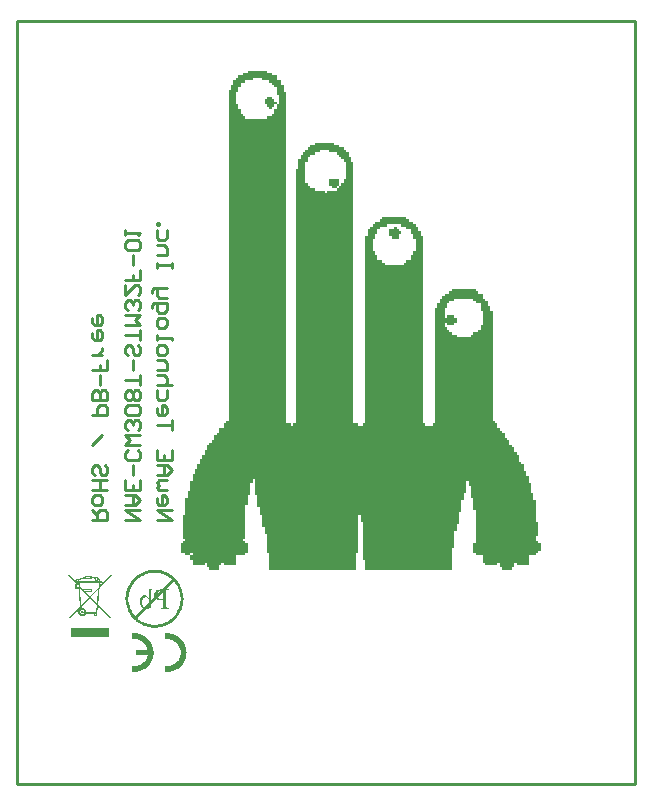
<source format=gbo>
G04 Layer_Color=32896*
%FSLAX25Y25*%
%MOIN*%
G70*
G01*
G75*
%ADD17C,0.01000*%
G36*
X317041Y160377D02*
X317516Y160320D01*
X317967Y160227D01*
X318395Y160100D01*
X318800Y159961D01*
X319170Y159799D01*
X319529Y159625D01*
X319841Y159452D01*
X320131Y159278D01*
X320385Y159105D01*
X320605Y158943D01*
X320790Y158804D01*
X320929Y158677D01*
X321033Y158584D01*
X321102Y158526D01*
X321126Y158503D01*
X321461Y158144D01*
X321750Y157763D01*
X322005Y157381D01*
X322213Y156999D01*
X322398Y156606D01*
X322549Y156235D01*
X322676Y155865D01*
X322780Y155518D01*
X322850Y155194D01*
X322907Y154893D01*
X322954Y154627D01*
X322977Y154396D01*
X322988Y154292D01*
X323000Y154199D01*
Y154130D01*
X323012Y154060D01*
Y154014D01*
Y153979D01*
Y153956D01*
Y153945D01*
X322988Y153458D01*
X322931Y152984D01*
X322838Y152533D01*
X322711Y152105D01*
X322572Y151700D01*
X322410Y151330D01*
X322248Y150983D01*
X322063Y150659D01*
X321889Y150381D01*
X321727Y150126D01*
X321565Y149907D01*
X321415Y149721D01*
X321299Y149583D01*
X321207Y149467D01*
X321149Y149409D01*
X321126Y149386D01*
X320767Y149050D01*
X320385Y148761D01*
X320003Y148507D01*
X319610Y148298D01*
X319228Y148113D01*
X318846Y147963D01*
X318476Y147836D01*
X318129Y147731D01*
X317805Y147662D01*
X317504Y147604D01*
X317238Y147558D01*
X317007Y147535D01*
X316903Y147523D01*
X316810Y147512D01*
X316741D01*
X316671Y147500D01*
X316313D01*
X316208Y147512D01*
X316023D01*
X315965Y147523D01*
X315908D01*
Y149478D01*
X316127Y149455D01*
X316243Y149444D01*
X316336D01*
X316428Y149432D01*
X316556D01*
X316903Y149444D01*
X317227Y149490D01*
X317539Y149559D01*
X317840Y149641D01*
X318117Y149733D01*
X318384Y149849D01*
X318626Y149964D01*
X318846Y150092D01*
X319055Y150219D01*
X319228Y150335D01*
X319379Y150450D01*
X319506Y150543D01*
X319610Y150636D01*
X319691Y150693D01*
X319737Y150740D01*
X319749Y150751D01*
X319980Y151006D01*
X320188Y151272D01*
X320362Y151538D01*
X320512Y151816D01*
X320640Y152082D01*
X320744Y152348D01*
X320836Y152602D01*
X320906Y152845D01*
X320952Y153077D01*
X320998Y153285D01*
X321022Y153470D01*
X321045Y153632D01*
X321056Y153759D01*
X321068Y153864D01*
Y153921D01*
Y153945D01*
X321056Y154292D01*
X321010Y154616D01*
X320940Y154939D01*
X320860Y155240D01*
X320767Y155518D01*
X320651Y155784D01*
X320536Y156027D01*
X320408Y156247D01*
X320281Y156444D01*
X320165Y156617D01*
X320050Y156779D01*
X319957Y156906D01*
X319865Y156999D01*
X319807Y157080D01*
X319760Y157126D01*
X319749Y157138D01*
X319494Y157369D01*
X319228Y157578D01*
X318962Y157751D01*
X318684Y157913D01*
X318418Y158040D01*
X318152Y158144D01*
X317898Y158237D01*
X317655Y158306D01*
X317423Y158353D01*
X317215Y158399D01*
X317030Y158434D01*
X316868Y158445D01*
X316741Y158457D01*
X316636Y158468D01*
X316556D01*
X316313Y158457D01*
X316208D01*
X316104Y158445D01*
X316023Y158434D01*
X315965D01*
X315919Y158422D01*
X315908D01*
Y160366D01*
X316127Y160389D01*
X316232D01*
X316336Y160400D01*
X316556D01*
X317041Y160377D01*
D02*
G37*
G36*
X349800Y347100D02*
X351400D01*
Y346300D01*
X353000D01*
Y345500D01*
Y344700D01*
X354600D01*
Y343900D01*
Y343100D01*
X355400D01*
Y342300D01*
Y341500D01*
Y340700D01*
X356200D01*
Y339900D01*
Y339100D01*
Y338300D01*
Y337500D01*
Y336700D01*
Y335900D01*
Y335100D01*
Y334300D01*
Y333500D01*
Y332700D01*
Y331900D01*
Y331100D01*
Y330300D01*
Y329500D01*
Y328700D01*
Y327900D01*
Y327100D01*
Y326300D01*
Y325500D01*
Y324700D01*
Y323900D01*
Y323100D01*
Y322300D01*
Y321500D01*
Y320700D01*
Y319900D01*
Y319100D01*
Y318300D01*
Y317500D01*
Y316700D01*
Y315900D01*
Y315100D01*
Y314300D01*
Y313500D01*
Y312700D01*
Y311900D01*
Y311100D01*
Y310300D01*
Y309500D01*
Y308700D01*
Y307900D01*
Y307100D01*
Y306300D01*
Y305500D01*
Y304700D01*
Y303900D01*
Y303100D01*
Y302300D01*
Y301500D01*
Y300700D01*
Y299900D01*
Y299100D01*
Y298300D01*
Y297500D01*
Y296700D01*
Y295900D01*
Y295100D01*
Y294300D01*
Y293500D01*
Y292700D01*
Y291900D01*
Y291100D01*
Y290300D01*
Y289500D01*
Y288700D01*
Y287900D01*
Y287100D01*
Y286300D01*
Y285500D01*
Y284700D01*
Y283900D01*
Y283100D01*
Y282300D01*
Y281500D01*
Y280700D01*
Y279900D01*
Y279100D01*
Y278300D01*
Y277500D01*
Y276700D01*
Y275900D01*
Y275100D01*
Y274300D01*
Y273500D01*
Y272700D01*
Y271900D01*
Y271100D01*
Y270300D01*
Y269500D01*
Y268700D01*
Y267900D01*
Y267100D01*
Y266300D01*
Y265500D01*
Y264700D01*
Y263900D01*
Y263100D01*
Y262300D01*
Y261500D01*
Y260700D01*
Y259900D01*
Y259100D01*
Y258300D01*
Y257500D01*
Y256700D01*
Y255900D01*
Y255100D01*
Y254300D01*
Y253500D01*
Y252700D01*
Y251900D01*
Y251100D01*
Y250300D01*
Y249500D01*
Y248700D01*
Y247900D01*
Y247100D01*
Y246300D01*
Y245500D01*
Y244700D01*
Y243900D01*
Y243100D01*
Y242300D01*
Y241500D01*
Y240700D01*
Y239900D01*
Y239100D01*
Y238300D01*
Y237500D01*
Y236700D01*
Y235900D01*
Y235100D01*
Y234300D01*
Y233500D01*
Y232700D01*
Y231900D01*
Y231100D01*
Y230300D01*
X357800D01*
Y229500D01*
X358600D01*
Y230300D01*
X359400D01*
Y231100D01*
Y231900D01*
Y232700D01*
Y233500D01*
Y234300D01*
Y235100D01*
Y235900D01*
Y236700D01*
Y237500D01*
Y238300D01*
Y239100D01*
Y239900D01*
Y240700D01*
Y241500D01*
Y242300D01*
Y243100D01*
Y243900D01*
Y244700D01*
Y245500D01*
Y246300D01*
Y247100D01*
Y247900D01*
Y248700D01*
Y249500D01*
Y250300D01*
Y251100D01*
Y251900D01*
Y252700D01*
Y253500D01*
Y254300D01*
Y255100D01*
Y255900D01*
Y256700D01*
Y257500D01*
Y258300D01*
Y259100D01*
Y259900D01*
Y260700D01*
Y261500D01*
Y262300D01*
Y263100D01*
Y263900D01*
Y264700D01*
Y265500D01*
Y266300D01*
Y267100D01*
Y267900D01*
Y268700D01*
Y269500D01*
Y270300D01*
Y271100D01*
Y271900D01*
Y272700D01*
Y273500D01*
Y274300D01*
Y275100D01*
Y275900D01*
Y276700D01*
Y277500D01*
Y278300D01*
Y279100D01*
Y279900D01*
Y280700D01*
Y281500D01*
Y282300D01*
Y283100D01*
Y283900D01*
Y284700D01*
Y285500D01*
Y286300D01*
Y287100D01*
Y287900D01*
Y288700D01*
Y289500D01*
Y290300D01*
Y291100D01*
Y291900D01*
Y292700D01*
Y293500D01*
Y294300D01*
Y295100D01*
Y295900D01*
Y296700D01*
Y297500D01*
Y298300D01*
Y299100D01*
Y299900D01*
Y300700D01*
Y301500D01*
Y302300D01*
Y303100D01*
Y303900D01*
Y304700D01*
Y305500D01*
Y306300D01*
Y307100D01*
Y307900D01*
Y308700D01*
Y309500D01*
Y310300D01*
Y311100D01*
Y311900D01*
Y312700D01*
Y313500D01*
Y314300D01*
Y315100D01*
X360200D01*
Y315900D01*
Y316700D01*
Y317500D01*
Y318300D01*
X361000D01*
Y319100D01*
Y319900D01*
X361800D01*
Y320700D01*
X362600D01*
Y321500D01*
X363400D01*
Y322300D01*
X364200D01*
Y323100D01*
X365800D01*
Y323900D01*
X372200D01*
Y323100D01*
X373800D01*
Y322300D01*
X375400D01*
Y321500D01*
X376200D01*
Y320700D01*
X377000D01*
Y319900D01*
Y319100D01*
X377800D01*
Y318300D01*
Y317500D01*
X378600D01*
Y316700D01*
Y315900D01*
Y315100D01*
Y314300D01*
Y313500D01*
Y312700D01*
Y311900D01*
Y311100D01*
Y310300D01*
Y309500D01*
Y308700D01*
Y307900D01*
Y307100D01*
Y306300D01*
Y305500D01*
Y304700D01*
Y303900D01*
Y303100D01*
Y302300D01*
Y301500D01*
Y300700D01*
Y299900D01*
Y299100D01*
Y298300D01*
Y297500D01*
Y296700D01*
Y295900D01*
Y295100D01*
Y294300D01*
Y293500D01*
Y292700D01*
Y291900D01*
Y291100D01*
Y290300D01*
Y289500D01*
Y288700D01*
Y287900D01*
Y287100D01*
Y286300D01*
Y285500D01*
Y284700D01*
Y283900D01*
Y283100D01*
Y282300D01*
Y281500D01*
Y280700D01*
Y279900D01*
Y279100D01*
Y278300D01*
Y277500D01*
Y276700D01*
Y275900D01*
Y275100D01*
Y274300D01*
Y273500D01*
Y272700D01*
Y271900D01*
Y271100D01*
Y270300D01*
Y269500D01*
Y268700D01*
Y267900D01*
Y267100D01*
Y266300D01*
Y265500D01*
Y264700D01*
Y263900D01*
Y263100D01*
Y262300D01*
Y261500D01*
Y260700D01*
Y259900D01*
Y259100D01*
Y258300D01*
Y257500D01*
Y256700D01*
Y255900D01*
Y255100D01*
Y254300D01*
Y253500D01*
Y252700D01*
Y251900D01*
Y251100D01*
Y250300D01*
Y249500D01*
Y248700D01*
Y247900D01*
Y247100D01*
Y246300D01*
Y245500D01*
Y244700D01*
Y243900D01*
Y243100D01*
Y242300D01*
Y241500D01*
Y240700D01*
Y239900D01*
Y239100D01*
Y238300D01*
Y237500D01*
Y236700D01*
Y235900D01*
Y235100D01*
Y234300D01*
Y233500D01*
Y232700D01*
Y231900D01*
Y231100D01*
Y230300D01*
X380200D01*
Y229500D01*
X381800D01*
Y230300D01*
X382600D01*
Y231100D01*
Y231900D01*
Y232700D01*
Y233500D01*
Y234300D01*
Y235100D01*
Y235900D01*
Y236700D01*
Y237500D01*
Y238300D01*
Y239100D01*
Y239900D01*
Y240700D01*
Y241500D01*
Y242300D01*
Y243100D01*
Y243900D01*
Y244700D01*
Y245500D01*
Y246300D01*
Y247100D01*
Y247900D01*
Y248700D01*
Y249500D01*
Y250300D01*
Y251100D01*
Y251900D01*
Y252700D01*
Y253500D01*
Y254300D01*
Y255100D01*
Y255900D01*
Y256700D01*
Y257500D01*
Y258300D01*
Y259100D01*
Y259900D01*
Y260700D01*
Y261500D01*
Y262300D01*
Y263100D01*
Y263900D01*
Y264700D01*
Y265500D01*
Y266300D01*
Y267100D01*
Y267900D01*
Y268700D01*
Y269500D01*
Y270300D01*
Y271100D01*
Y271900D01*
Y272700D01*
Y273500D01*
Y274300D01*
Y275100D01*
Y275900D01*
Y276700D01*
Y277500D01*
Y278300D01*
Y279100D01*
Y279900D01*
Y280700D01*
Y281500D01*
Y282300D01*
Y283100D01*
Y283900D01*
Y284700D01*
Y285500D01*
Y286300D01*
Y287100D01*
Y287900D01*
Y288700D01*
Y289500D01*
Y290300D01*
Y291100D01*
Y291900D01*
Y292700D01*
X383400D01*
Y293500D01*
Y294300D01*
Y295100D01*
X384200D01*
Y295900D01*
X385000D01*
Y296700D01*
X385800D01*
Y297500D01*
X387400D01*
Y298300D01*
X388200D01*
Y299100D01*
X396200D01*
Y298300D01*
X397000D01*
Y297500D01*
X398600D01*
Y296700D01*
X399400D01*
Y295900D01*
X400200D01*
Y295100D01*
Y294300D01*
X401000D01*
Y293500D01*
Y292700D01*
X401800D01*
Y291900D01*
Y291100D01*
Y290300D01*
Y289500D01*
Y288700D01*
Y287900D01*
Y287100D01*
Y286300D01*
Y285500D01*
Y284700D01*
Y283900D01*
Y283100D01*
Y282300D01*
Y281500D01*
Y280700D01*
Y279900D01*
Y279100D01*
Y278300D01*
Y277500D01*
Y276700D01*
Y275900D01*
Y275100D01*
Y274300D01*
Y273500D01*
Y272700D01*
Y271900D01*
Y271100D01*
Y270300D01*
Y269500D01*
Y268700D01*
Y267900D01*
Y267100D01*
Y266300D01*
Y265500D01*
Y264700D01*
Y263900D01*
Y263100D01*
Y262300D01*
Y261500D01*
Y260700D01*
Y259900D01*
Y259100D01*
Y258300D01*
Y257500D01*
Y256700D01*
Y255900D01*
Y255100D01*
Y254300D01*
Y253500D01*
Y252700D01*
Y251900D01*
Y251100D01*
Y250300D01*
Y249500D01*
Y248700D01*
Y247900D01*
Y247100D01*
Y246300D01*
Y245500D01*
Y244700D01*
Y243900D01*
Y243100D01*
Y242300D01*
Y241500D01*
Y240700D01*
Y239900D01*
Y239100D01*
Y238300D01*
Y237500D01*
Y236700D01*
Y235900D01*
Y235100D01*
Y234300D01*
Y233500D01*
Y232700D01*
Y231900D01*
Y231100D01*
Y230300D01*
X402600D01*
Y229500D01*
X405000D01*
Y230300D01*
X405800D01*
Y231100D01*
Y231900D01*
Y232700D01*
Y233500D01*
Y234300D01*
Y235100D01*
Y235900D01*
Y236700D01*
Y237500D01*
Y238300D01*
Y239100D01*
Y239900D01*
Y240700D01*
Y241500D01*
Y242300D01*
Y243100D01*
Y243900D01*
Y244700D01*
Y245500D01*
Y246300D01*
Y247100D01*
Y247900D01*
Y248700D01*
Y249500D01*
Y250300D01*
Y251100D01*
Y251900D01*
Y252700D01*
Y253500D01*
Y254300D01*
Y255100D01*
Y255900D01*
Y256700D01*
Y257500D01*
Y258300D01*
Y259100D01*
Y259900D01*
Y260700D01*
Y261500D01*
Y262300D01*
Y263100D01*
Y263900D01*
Y264700D01*
Y265500D01*
Y266300D01*
Y267100D01*
Y267900D01*
Y268700D01*
X406600D01*
Y269500D01*
Y270300D01*
X407400D01*
Y271100D01*
Y271900D01*
X408200D01*
Y272700D01*
X409000D01*
Y273500D01*
X410600D01*
Y274300D01*
X411400D01*
Y275100D01*
X419400D01*
Y274300D01*
X420200D01*
Y273500D01*
X421800D01*
Y272700D01*
Y271900D01*
X422600D01*
Y271100D01*
X423400D01*
Y270300D01*
Y269500D01*
X424200D01*
Y268700D01*
Y267900D01*
X425000D01*
Y267100D01*
Y266300D01*
Y265500D01*
Y264700D01*
Y263900D01*
Y263100D01*
Y262300D01*
Y261500D01*
Y260700D01*
Y259900D01*
Y259100D01*
Y258300D01*
Y257500D01*
Y256700D01*
Y255900D01*
Y255100D01*
Y254300D01*
Y253500D01*
Y252700D01*
Y251900D01*
Y251100D01*
Y250300D01*
Y249500D01*
Y248700D01*
Y247900D01*
Y247100D01*
Y246300D01*
Y245500D01*
Y244700D01*
Y243900D01*
Y243100D01*
Y242300D01*
Y241500D01*
Y240700D01*
Y239900D01*
Y239100D01*
Y238300D01*
Y237500D01*
Y236700D01*
Y235900D01*
Y235100D01*
Y234300D01*
Y233500D01*
Y232700D01*
Y231900D01*
Y231100D01*
X425800D01*
Y230300D01*
X426600D01*
Y229500D01*
Y228700D01*
X427400D01*
Y227900D01*
X428200D01*
Y227100D01*
X429000D01*
Y226300D01*
Y225500D01*
X429800D01*
Y224700D01*
X430600D01*
Y223900D01*
Y223100D01*
X431400D01*
Y222300D01*
X432200D01*
Y221500D01*
Y220700D01*
X433000D01*
Y219900D01*
X433800D01*
Y219100D01*
Y218300D01*
Y217500D01*
X434600D01*
Y216700D01*
X435400D01*
Y215900D01*
Y215100D01*
Y214300D01*
X436200D01*
Y213500D01*
Y212700D01*
X437000D01*
Y211900D01*
Y211100D01*
Y210300D01*
X437800D01*
Y209500D01*
Y208700D01*
Y207900D01*
Y207100D01*
X438600D01*
Y206300D01*
Y205500D01*
Y204700D01*
X439400D01*
Y203900D01*
Y203100D01*
Y202300D01*
Y201500D01*
Y200700D01*
Y199900D01*
Y199100D01*
Y198300D01*
Y197500D01*
X440200D01*
Y196700D01*
Y195900D01*
Y195100D01*
Y194300D01*
Y193500D01*
Y192700D01*
X439400D01*
Y191900D01*
Y191100D01*
X440200D01*
Y190300D01*
X441000D01*
Y189500D01*
Y188700D01*
Y187900D01*
X440200D01*
Y187100D01*
X439400D01*
Y186300D01*
X437000D01*
Y185500D01*
Y184700D01*
Y183900D01*
Y183100D01*
X433000D01*
Y183900D01*
X432200D01*
Y183100D01*
Y182300D01*
X431400D01*
Y181500D01*
X428200D01*
Y182300D01*
X427400D01*
Y183100D01*
Y183900D01*
X426600D01*
Y183100D01*
X422600D01*
Y183900D01*
X421800D01*
Y184700D01*
Y185500D01*
Y186300D01*
X419400D01*
Y187100D01*
X418600D01*
Y187900D01*
Y188700D01*
Y189500D01*
Y190300D01*
X419400D01*
Y191100D01*
Y191900D01*
Y192700D01*
Y193500D01*
Y194300D01*
Y195100D01*
Y195900D01*
Y196700D01*
Y197500D01*
Y198300D01*
Y199100D01*
Y199900D01*
Y200700D01*
Y201500D01*
X418600D01*
Y202300D01*
Y203100D01*
Y203900D01*
Y204700D01*
Y205500D01*
X417800D01*
Y206300D01*
Y207100D01*
Y207900D01*
Y208700D01*
Y209500D01*
X417000D01*
Y210300D01*
Y211100D01*
X416200D01*
Y210300D01*
Y209500D01*
Y208700D01*
Y207900D01*
Y207100D01*
X415400D01*
Y206300D01*
Y205500D01*
Y204700D01*
X414600D01*
Y203900D01*
Y203100D01*
Y202300D01*
Y201500D01*
Y200700D01*
X413800D01*
Y199900D01*
Y199100D01*
Y198300D01*
Y197500D01*
Y196700D01*
X413000D01*
Y195900D01*
Y195100D01*
Y194300D01*
X412200D01*
Y193500D01*
Y192700D01*
Y191900D01*
Y191100D01*
Y190300D01*
Y189500D01*
Y188700D01*
X411400D01*
Y187900D01*
Y187100D01*
Y186300D01*
Y185500D01*
Y184700D01*
Y183900D01*
Y183100D01*
Y182300D01*
Y181500D01*
X382600D01*
Y182300D01*
Y183100D01*
Y183900D01*
Y184700D01*
X381800D01*
Y185500D01*
Y186300D01*
Y187100D01*
Y187900D01*
Y188700D01*
Y189500D01*
Y190300D01*
Y191100D01*
Y191900D01*
Y192700D01*
Y193500D01*
Y194300D01*
Y195100D01*
Y195900D01*
Y196700D01*
Y197500D01*
X381000D01*
Y198300D01*
Y199100D01*
Y199900D01*
X380200D01*
Y199100D01*
Y198300D01*
Y197500D01*
Y196700D01*
Y195900D01*
Y195100D01*
Y194300D01*
Y193500D01*
Y192700D01*
Y191900D01*
Y191100D01*
Y190300D01*
Y189500D01*
Y188700D01*
Y187900D01*
Y187100D01*
X379400D01*
Y186300D01*
Y185500D01*
Y184700D01*
Y183900D01*
Y183100D01*
Y182300D01*
Y181500D01*
X350600D01*
Y182300D01*
Y183100D01*
Y183900D01*
Y184700D01*
Y185500D01*
Y186300D01*
Y187100D01*
X349800D01*
Y187900D01*
Y188700D01*
Y189500D01*
Y190300D01*
Y191100D01*
Y191900D01*
Y192700D01*
Y193500D01*
X349000D01*
Y194300D01*
Y195100D01*
Y195900D01*
X348200D01*
Y196700D01*
Y197500D01*
Y198300D01*
Y199100D01*
Y199900D01*
X347400D01*
Y200700D01*
Y201500D01*
Y202300D01*
X346600D01*
Y203100D01*
Y203900D01*
Y204700D01*
Y205500D01*
Y206300D01*
X345800D01*
Y207100D01*
Y207900D01*
Y208700D01*
Y209500D01*
Y210300D01*
Y211100D01*
Y211900D01*
X345000D01*
Y211100D01*
Y210300D01*
X344200D01*
Y209500D01*
Y208700D01*
Y207900D01*
Y207100D01*
Y206300D01*
X343400D01*
Y205500D01*
Y204700D01*
Y203900D01*
Y203100D01*
X342600D01*
Y202300D01*
Y201500D01*
Y200700D01*
Y199900D01*
Y199100D01*
Y198300D01*
Y197500D01*
Y196700D01*
Y195900D01*
Y195100D01*
Y194300D01*
Y193500D01*
Y192700D01*
Y191900D01*
X341800D01*
Y191100D01*
X342600D01*
Y190300D01*
X343400D01*
Y189500D01*
Y188700D01*
Y187900D01*
Y187100D01*
X342600D01*
Y186300D01*
X339400D01*
Y185500D01*
Y184700D01*
Y183900D01*
Y183100D01*
X335400D01*
Y183900D01*
X334600D01*
Y183100D01*
X333800D01*
Y182300D01*
Y181500D01*
X330600D01*
Y182300D01*
X329800D01*
Y183100D01*
Y183900D01*
X329000D01*
Y183100D01*
X325000D01*
Y183900D01*
Y184700D01*
X324200D01*
Y185500D01*
Y186300D01*
X322600D01*
Y187100D01*
X321000D01*
Y187900D01*
Y188700D01*
Y189500D01*
Y190300D01*
X321800D01*
Y191100D01*
X322600D01*
Y191900D01*
X321800D01*
Y192700D01*
Y193500D01*
Y194300D01*
Y195100D01*
Y195900D01*
Y196700D01*
Y197500D01*
Y198300D01*
Y199100D01*
Y199900D01*
X322600D01*
Y200700D01*
Y201500D01*
Y202300D01*
Y203100D01*
Y203900D01*
Y204700D01*
Y205500D01*
X323400D01*
Y206300D01*
Y207100D01*
Y207900D01*
X324200D01*
Y208700D01*
Y209500D01*
Y210300D01*
Y211100D01*
X325000D01*
Y211900D01*
Y212700D01*
Y213500D01*
X325800D01*
Y214300D01*
Y215100D01*
X326600D01*
Y215900D01*
Y216700D01*
X327400D01*
Y217500D01*
Y218300D01*
X328200D01*
Y219100D01*
Y219900D01*
X329000D01*
Y220700D01*
Y221500D01*
X329800D01*
Y222300D01*
Y223100D01*
X330600D01*
Y223900D01*
X331400D01*
Y224700D01*
X332200D01*
Y225500D01*
Y226300D01*
X333000D01*
Y227100D01*
X333800D01*
Y227900D01*
Y228700D01*
X335400D01*
Y229500D01*
Y230300D01*
X336200D01*
Y231100D01*
X337000D01*
Y231900D01*
Y232700D01*
Y233500D01*
Y234300D01*
Y235100D01*
Y235900D01*
Y236700D01*
Y237500D01*
Y238300D01*
Y239100D01*
Y239900D01*
Y240700D01*
Y241500D01*
Y242300D01*
Y243100D01*
Y243900D01*
Y244700D01*
Y245500D01*
Y246300D01*
Y247100D01*
Y247900D01*
Y248700D01*
Y249500D01*
Y250300D01*
Y251100D01*
Y251900D01*
Y252700D01*
Y253500D01*
Y254300D01*
Y255100D01*
Y255900D01*
Y256700D01*
Y257500D01*
Y258300D01*
Y259100D01*
Y259900D01*
Y260700D01*
Y261500D01*
Y262300D01*
Y263100D01*
Y263900D01*
Y264700D01*
Y265500D01*
Y266300D01*
Y267100D01*
Y267900D01*
Y268700D01*
Y269500D01*
Y270300D01*
Y271100D01*
Y271900D01*
Y272700D01*
Y273500D01*
Y274300D01*
Y275100D01*
Y275900D01*
Y276700D01*
Y277500D01*
Y278300D01*
Y279100D01*
Y279900D01*
Y280700D01*
Y281500D01*
Y282300D01*
Y283100D01*
Y283900D01*
Y284700D01*
Y285500D01*
Y286300D01*
Y287100D01*
Y287900D01*
Y288700D01*
Y289500D01*
Y290300D01*
Y291100D01*
Y291900D01*
Y292700D01*
Y293500D01*
Y294300D01*
Y295100D01*
Y295900D01*
Y296700D01*
Y297500D01*
Y298300D01*
Y299100D01*
Y299900D01*
Y300700D01*
Y301500D01*
Y302300D01*
Y303100D01*
Y303900D01*
Y304700D01*
Y305500D01*
Y306300D01*
Y307100D01*
Y307900D01*
Y308700D01*
Y309500D01*
Y310300D01*
Y311100D01*
Y311900D01*
Y312700D01*
Y313500D01*
Y314300D01*
Y315100D01*
Y315900D01*
Y316700D01*
Y317500D01*
Y318300D01*
Y319100D01*
Y319900D01*
Y320700D01*
Y321500D01*
Y322300D01*
Y323100D01*
Y323900D01*
Y324700D01*
Y325500D01*
Y326300D01*
Y327100D01*
Y327900D01*
Y328700D01*
Y329500D01*
Y330300D01*
Y331100D01*
Y331900D01*
Y332700D01*
Y333500D01*
Y334300D01*
Y335100D01*
Y335900D01*
Y336700D01*
Y337500D01*
Y338300D01*
Y339100D01*
Y339900D01*
Y340700D01*
Y341500D01*
X337800D01*
Y342300D01*
Y343100D01*
X338600D01*
Y343900D01*
Y344700D01*
X339400D01*
Y345500D01*
X340200D01*
Y346300D01*
X341800D01*
Y347100D01*
X343400D01*
Y347900D01*
X349800D01*
Y347100D01*
D02*
G37*
G36*
X306073Y160377D02*
X306547Y160320D01*
X306999Y160227D01*
X307427Y160100D01*
X307832Y159961D01*
X308202Y159799D01*
X308549Y159625D01*
X308873Y159452D01*
X309151Y159278D01*
X309405Y159105D01*
X309625Y158943D01*
X309810Y158804D01*
X309949Y158677D01*
X310065Y158584D01*
X310123Y158526D01*
X310146Y158503D01*
X310481Y158144D01*
X310771Y157763D01*
X311025Y157381D01*
X311233Y156999D01*
X311418Y156606D01*
X311569Y156235D01*
X311696Y155865D01*
X311800Y155518D01*
X311870Y155194D01*
X311928Y154893D01*
X311974Y154627D01*
X311997Y154396D01*
X312009Y154292D01*
X312020Y154199D01*
Y154130D01*
X312032Y154060D01*
Y154014D01*
Y153979D01*
Y153956D01*
Y153945D01*
X312009Y153458D01*
X311951Y152984D01*
X311858Y152533D01*
X311731Y152105D01*
X311592Y151700D01*
X311430Y151330D01*
X311268Y150983D01*
X311083Y150659D01*
X310909Y150381D01*
X310747Y150126D01*
X310585Y149907D01*
X310435Y149721D01*
X310319Y149583D01*
X310227Y149467D01*
X310169Y149409D01*
X310146Y149386D01*
X309787Y149050D01*
X309405Y148761D01*
X309023Y148507D01*
X308642Y148298D01*
X308248Y148113D01*
X307878Y147963D01*
X307508Y147836D01*
X307161Y147731D01*
X306837Y147662D01*
X306536Y147604D01*
X306270Y147558D01*
X306038Y147535D01*
X305934Y147523D01*
X305842Y147512D01*
X305772D01*
X305703Y147500D01*
X305344D01*
X305240Y147512D01*
X305055D01*
X304997Y147523D01*
X304939D01*
X304951Y149478D01*
X305171Y149455D01*
X305275Y149444D01*
X305379D01*
X305460Y149432D01*
X305587D01*
X305876Y149444D01*
X306166Y149478D01*
X306443Y149525D01*
X306698Y149583D01*
X306952Y149664D01*
X307184Y149745D01*
X307404Y149837D01*
X307600Y149930D01*
X307785Y150022D01*
X307947Y150115D01*
X308086Y150196D01*
X308202Y150277D01*
X308295Y150335D01*
X308364Y150381D01*
X308410Y150416D01*
X308422Y150427D01*
X308642Y150624D01*
X308850Y150821D01*
X309023Y151029D01*
X309185Y151249D01*
X309336Y151457D01*
X309463Y151677D01*
X309579Y151885D01*
X309671Y152082D01*
X309752Y152267D01*
X309822Y152440D01*
X309880Y152591D01*
X309926Y152730D01*
X309961Y152834D01*
X309984Y152915D01*
X309995Y152961D01*
Y152984D01*
X306224D01*
Y154916D01*
X309995D01*
X309926Y155206D01*
X309833Y155472D01*
X309729Y155738D01*
X309613Y155981D01*
X309486Y156201D01*
X309359Y156409D01*
X309220Y156606D01*
X309093Y156779D01*
X308966Y156941D01*
X308838Y157080D01*
X308734Y157196D01*
X308630Y157288D01*
X308549Y157369D01*
X308491Y157427D01*
X308445Y157462D01*
X308433Y157473D01*
X308190Y157647D01*
X307947Y157797D01*
X307704Y157936D01*
X307462Y158052D01*
X307219Y158144D01*
X306987Y158225D01*
X306756Y158295D01*
X306536Y158341D01*
X306339Y158387D01*
X306154Y158411D01*
X305992Y158434D01*
X305853Y158457D01*
X305738D01*
X305657Y158468D01*
X305587D01*
X305344Y158457D01*
X305240D01*
X305136Y158445D01*
X305055Y158434D01*
X304997D01*
X304951Y158422D01*
X304939D01*
Y160366D01*
X305078Y160377D01*
X305194Y160389D01*
X305310D01*
X305402Y160400D01*
X305587D01*
X306073Y160377D01*
D02*
G37*
G36*
X312698Y181573D02*
X313068Y181550D01*
X313427Y181515D01*
X313774Y181457D01*
X314121Y181400D01*
X314445Y181318D01*
X315093Y181145D01*
X315694Y180925D01*
X316261Y180682D01*
X316782Y180428D01*
X317025Y180300D01*
X317256Y180161D01*
X317476Y180034D01*
X317684Y179895D01*
X317881Y179768D01*
X318066Y179641D01*
X318240Y179514D01*
X318402Y179398D01*
X318541Y179282D01*
X318668Y179178D01*
X318783Y179086D01*
X318888Y179005D01*
X318980Y178923D01*
X319050Y178866D01*
X319108Y178808D01*
X319142Y178773D01*
X319165Y178750D01*
X319177Y178738D01*
X319431Y178472D01*
X319674Y178195D01*
X319894Y177917D01*
X320114Y177628D01*
X320299Y177338D01*
X320484Y177061D01*
X320658Y176760D01*
X320808Y176471D01*
X320947Y176181D01*
X321086Y175892D01*
X321306Y175325D01*
X321502Y174782D01*
X321641Y174261D01*
X321769Y173763D01*
X321815Y173532D01*
X321850Y173312D01*
X321884Y173115D01*
X321919Y172919D01*
X321942Y172734D01*
X321954Y172572D01*
X321965Y172421D01*
X321977Y172294D01*
X321988Y172178D01*
Y172074D01*
X322000Y172005D01*
Y171947D01*
Y171912D01*
Y171900D01*
X321988Y171530D01*
X321965Y171160D01*
X321931Y170801D01*
X321873Y170454D01*
X321815Y170107D01*
X321734Y169783D01*
X321560Y169135D01*
X321340Y168534D01*
X321109Y167967D01*
X320855Y167446D01*
X320716Y167203D01*
X320588Y166972D01*
X320461Y166752D01*
X320322Y166544D01*
X320195Y166347D01*
X320068Y166162D01*
X319952Y165988D01*
X319836Y165826D01*
X319721Y165688D01*
X319617Y165560D01*
X319524Y165445D01*
X319431Y165340D01*
X319362Y165248D01*
X319293Y165178D01*
X319246Y165120D01*
X319212Y165086D01*
X319188Y165063D01*
X319177Y165051D01*
X318911Y164797D01*
X318633Y164554D01*
X318355Y164322D01*
X318066Y164114D01*
X317777Y163917D01*
X317488Y163732D01*
X317198Y163570D01*
X316909Y163408D01*
X316620Y163269D01*
X316331Y163142D01*
X315764Y162911D01*
X315208Y162725D01*
X314688Y162575D01*
X314202Y162459D01*
X313970Y162402D01*
X313751Y162367D01*
X313542Y162332D01*
X313346Y162309D01*
X313160Y162274D01*
X312999Y162263D01*
X312848Y162251D01*
X312721Y162240D01*
X312605Y162228D01*
X312501D01*
X312432Y162216D01*
X312328D01*
X311957Y162228D01*
X311587Y162251D01*
X311228Y162286D01*
X310881Y162344D01*
X310546Y162402D01*
X310210Y162483D01*
X309574Y162656D01*
X308972Y162876D01*
X308405Y163119D01*
X307885Y163373D01*
X307642Y163501D01*
X307410Y163640D01*
X307190Y163767D01*
X306982Y163894D01*
X306785Y164033D01*
X306600Y164160D01*
X306427Y164276D01*
X306265Y164392D01*
X306126Y164507D01*
X305999Y164611D01*
X305883Y164704D01*
X305779Y164785D01*
X305686Y164866D01*
X305617Y164935D01*
X305559Y164982D01*
X305524Y165016D01*
X305501Y165040D01*
X305490Y165051D01*
X305235Y165317D01*
X304992Y165595D01*
X304761Y165873D01*
X304552Y166162D01*
X304356Y166451D01*
X304171Y166740D01*
X303997Y167030D01*
X303847Y167319D01*
X303696Y167608D01*
X303569Y167897D01*
X303338Y168464D01*
X303152Y169020D01*
X303002Y169540D01*
X302886Y170026D01*
X302829Y170258D01*
X302794Y170477D01*
X302759Y170686D01*
X302724Y170882D01*
X302701Y171068D01*
X302690Y171230D01*
X302678Y171380D01*
X302666Y171507D01*
X302655Y171623D01*
X302643Y171727D01*
Y171796D01*
Y171854D01*
Y171889D01*
Y171900D01*
X302655Y172271D01*
X302678Y172641D01*
X302713Y173000D01*
X302771Y173347D01*
X302829Y173682D01*
X302909Y174018D01*
X303083Y174654D01*
X303303Y175256D01*
X303546Y175823D01*
X303800Y176343D01*
X303928Y176586D01*
X304066Y176818D01*
X304194Y177038D01*
X304333Y177246D01*
X304460Y177443D01*
X304587Y177628D01*
X304714Y177801D01*
X304830Y177963D01*
X304946Y178102D01*
X305050Y178229D01*
X305142Y178345D01*
X305223Y178449D01*
X305305Y178542D01*
X305362Y178611D01*
X305420Y178669D01*
X305455Y178704D01*
X305478Y178727D01*
X305490Y178738D01*
X305756Y178993D01*
X306033Y179236D01*
X306311Y179467D01*
X306600Y179676D01*
X306890Y179872D01*
X307167Y180057D01*
X307468Y180231D01*
X307757Y180381D01*
X308047Y180532D01*
X308336Y180659D01*
X308903Y180890D01*
X309447Y181076D01*
X309967Y181226D01*
X310465Y181342D01*
X310696Y181400D01*
X310916Y181434D01*
X311113Y181469D01*
X311309Y181504D01*
X311494Y181527D01*
X311656Y181538D01*
X311807Y181550D01*
X311934Y181562D01*
X312050Y181573D01*
X312154Y181585D01*
X312328D01*
X312698Y181573D01*
D02*
G37*
G36*
X298000Y179722D02*
X294078Y175638D01*
X293962Y174539D01*
X293719Y171866D01*
X293522Y169945D01*
X297722Y165630D01*
X297433Y165352D01*
X293488Y169401D01*
X293256Y166914D01*
X293129D01*
Y165965D01*
X292250D01*
Y166914D01*
X289531D01*
X289427Y166729D01*
X289299Y166544D01*
X289103Y166335D01*
X288848Y166162D01*
X288559Y166069D01*
X288281Y166035D01*
X287992Y166046D01*
X287784Y166104D01*
X287541Y166208D01*
X287333Y166335D01*
X287171Y166497D01*
X287009Y166729D01*
X286893Y166983D01*
X286823Y167226D01*
X286800Y167423D01*
X286823Y167666D01*
X286858Y167851D01*
X286928Y168025D01*
X287032Y168221D01*
X287147Y168383D01*
X287309Y168534D01*
X287483Y168649D01*
X287645Y168730D01*
X287622Y168939D01*
X284162Y165352D01*
X283873Y165641D01*
X287587Y169482D01*
X287286Y172838D01*
X287078Y175267D01*
X285967D01*
Y176829D01*
X286256D01*
X283445Y179722D01*
X283734Y179999D01*
X286384Y177269D01*
Y177466D01*
X286326Y177512D01*
X286256Y177558D01*
X286187Y177628D01*
X286118Y177709D01*
X286083Y177813D01*
X286048Y177905D01*
X286037Y178021D01*
X286060Y178172D01*
X286094Y178252D01*
X286199Y178414D01*
X286314Y178519D01*
X286465Y178588D01*
X286627Y178611D01*
X286789Y178588D01*
X286928Y178530D01*
X287043Y178461D01*
X287101Y178391D01*
X287205Y178484D01*
X287379Y178600D01*
X287587Y178704D01*
X287888Y178819D01*
X288212Y178912D01*
X288536Y178981D01*
X288883Y179039D01*
X289160Y179074D01*
Y179421D01*
X291382D01*
Y179120D01*
X291556D01*
X291845Y179086D01*
X292146Y179051D01*
X292435Y179005D01*
Y179190D01*
X293395D01*
Y178738D01*
X293511Y178681D01*
X293661Y178611D01*
X293835Y178507D01*
X293974Y178414D01*
X294101Y178299D01*
X294194Y178218D01*
X294251Y178137D01*
X294298Y178044D01*
X294274Y177882D01*
X294830D01*
Y177176D01*
X294217D01*
X294124Y176262D01*
X297711Y179999D01*
X298000Y179722D01*
D02*
G37*
G36*
X297155Y162147D02*
Y162089D01*
Y162008D01*
Y161927D01*
Y161835D01*
Y161754D01*
Y161696D01*
Y161684D01*
Y161673D01*
Y161291D01*
Y161106D01*
Y160932D01*
Y160793D01*
Y160678D01*
Y160631D01*
Y160597D01*
Y160585D01*
Y160573D01*
Y160354D01*
Y160157D01*
Y159972D01*
Y159810D01*
Y159671D01*
Y159579D01*
Y159509D01*
Y159497D01*
Y159486D01*
Y159324D01*
Y159208D01*
Y159116D01*
Y159058D01*
Y159023D01*
Y159012D01*
Y159000D01*
X284509D01*
Y159023D01*
Y159081D01*
Y159150D01*
Y159243D01*
Y159335D01*
Y159405D01*
Y159463D01*
Y159486D01*
Y159868D01*
Y160053D01*
Y160215D01*
Y160365D01*
Y160469D01*
Y160516D01*
Y160550D01*
Y160562D01*
Y160573D01*
Y160793D01*
Y161002D01*
Y161187D01*
Y161349D01*
Y161488D01*
Y161592D01*
Y161650D01*
Y161673D01*
Y161765D01*
Y161835D01*
Y161962D01*
Y162055D01*
Y162112D01*
Y162147D01*
Y162159D01*
Y162170D01*
X297155D01*
Y162147D01*
D02*
G37*
%LPC*%
G36*
X394600Y296700D02*
X389800D01*
Y295900D01*
X387400D01*
Y295100D01*
X386600D01*
Y294300D01*
Y293500D01*
X385800D01*
Y292700D01*
Y291900D01*
X385000D01*
Y291100D01*
Y290300D01*
Y289500D01*
Y288700D01*
Y287900D01*
X385800D01*
Y287100D01*
Y286300D01*
X386600D01*
Y285500D01*
Y284700D01*
X388200D01*
Y283900D01*
X389000D01*
Y283100D01*
X395400D01*
Y283900D01*
X396200D01*
Y284700D01*
X397800D01*
Y285500D01*
Y286300D01*
X398600D01*
Y287100D01*
Y287900D01*
X399400D01*
Y288700D01*
Y289500D01*
Y290300D01*
Y291100D01*
Y291900D01*
X398600D01*
Y292700D01*
Y293500D01*
X397800D01*
Y294300D01*
Y295100D01*
X396200D01*
Y295900D01*
X394600D01*
Y296700D01*
D02*
G37*
G36*
X418600Y271900D02*
X412200D01*
Y271100D01*
X410600D01*
Y270300D01*
X409800D01*
Y269500D01*
Y268700D01*
X409000D01*
Y267900D01*
Y267100D01*
Y266300D01*
Y265500D01*
X409800D01*
Y266300D01*
X412200D01*
Y265500D01*
X413000D01*
Y264700D01*
Y263900D01*
X412200D01*
Y263100D01*
X409800D01*
Y263900D01*
X409000D01*
Y263100D01*
Y262300D01*
X409800D01*
Y261500D01*
X410600D01*
Y260700D01*
X411400D01*
Y259900D01*
X413000D01*
Y259100D01*
X417800D01*
Y259900D01*
X418600D01*
Y260700D01*
X420200D01*
Y261500D01*
X421000D01*
Y262300D01*
Y263100D01*
X421800D01*
Y263900D01*
Y264700D01*
Y265500D01*
Y266300D01*
Y267100D01*
Y267900D01*
X421000D01*
Y268700D01*
Y269500D01*
Y270300D01*
X419400D01*
Y271100D01*
X418600D01*
Y271900D01*
D02*
G37*
G36*
X325000Y187100D02*
X324200D01*
Y186300D01*
X325000D01*
Y187100D01*
D02*
G37*
G36*
X348200Y345500D02*
X345000D01*
Y344700D01*
X342600D01*
Y343900D01*
X341000D01*
Y343100D01*
Y342300D01*
X340200D01*
Y341500D01*
Y340700D01*
X339400D01*
Y339900D01*
Y339100D01*
Y338300D01*
Y337500D01*
Y336700D01*
X340200D01*
Y335900D01*
Y335100D01*
X341000D01*
Y334300D01*
Y333500D01*
X341800D01*
Y332700D01*
X342600D01*
Y331900D01*
X349800D01*
Y332700D01*
X351400D01*
Y333500D01*
X352200D01*
Y334300D01*
Y335100D01*
X353000D01*
Y335900D01*
Y336700D01*
X352200D01*
Y335900D01*
X351400D01*
Y335100D01*
X350600D01*
Y335900D01*
X349800D01*
Y336700D01*
X349000D01*
Y337500D01*
Y338300D01*
X349800D01*
Y339100D01*
X351400D01*
Y338300D01*
X352200D01*
Y337500D01*
X353000D01*
Y336700D01*
X353800D01*
Y337500D01*
Y338300D01*
Y339100D01*
Y339900D01*
X353000D01*
Y340700D01*
Y341500D01*
Y342300D01*
X352200D01*
Y343100D01*
X351400D01*
Y343900D01*
X350600D01*
Y344700D01*
X348200D01*
Y345500D01*
D02*
G37*
G36*
X370600Y321500D02*
X367400D01*
Y320700D01*
X365800D01*
Y319900D01*
X364200D01*
Y319100D01*
X363400D01*
Y318300D01*
Y317500D01*
X362600D01*
Y316700D01*
Y315900D01*
Y315100D01*
Y314300D01*
Y313500D01*
Y312700D01*
Y311900D01*
Y311100D01*
Y310300D01*
X363400D01*
Y309500D01*
X364200D01*
Y308700D01*
X365800D01*
Y307900D01*
X369000D01*
Y307100D01*
X369800D01*
Y307900D01*
X373000D01*
Y308700D01*
X371400D01*
Y309500D01*
X370600D01*
Y310300D01*
Y311100D01*
Y311900D01*
X373800D01*
Y311100D01*
Y310300D01*
Y309500D01*
X374600D01*
Y310300D01*
X375400D01*
Y311100D01*
Y311900D01*
X376200D01*
Y312700D01*
Y313500D01*
Y314300D01*
Y315100D01*
Y315900D01*
Y316700D01*
Y317500D01*
X375400D01*
Y318300D01*
X374600D01*
Y319100D01*
X373800D01*
Y319900D01*
X373000D01*
Y320700D01*
X370600D01*
Y321500D01*
D02*
G37*
G36*
X373800Y309500D02*
X373000D01*
Y308700D01*
X373800D01*
Y309500D01*
D02*
G37*
%LPD*%
G36*
X393000Y295100D02*
X393800D01*
Y294300D01*
X394600D01*
Y293500D01*
X393800D01*
Y292700D01*
Y291900D01*
X391400D01*
Y292700D01*
X390600D01*
Y293500D01*
Y294300D01*
Y295100D01*
X392200D01*
Y295900D01*
X393000D01*
Y295100D01*
D02*
G37*
%LPC*%
G36*
X312490Y180613D02*
X312328D01*
X311992Y180601D01*
X311668Y180590D01*
X311344Y180555D01*
X311032Y180509D01*
X310418Y180381D01*
X309840Y180219D01*
X309296Y180023D01*
X308799Y179803D01*
X308324Y179571D01*
X307896Y179340D01*
X307514Y179097D01*
X307329Y178981D01*
X307167Y178866D01*
X307017Y178750D01*
X306878Y178646D01*
X306739Y178553D01*
X306624Y178461D01*
X306519Y178368D01*
X306427Y178287D01*
X306357Y178229D01*
X306288Y178172D01*
X306242Y178114D01*
X306207Y178091D01*
X306184Y178067D01*
X306172Y178056D01*
X305941Y177813D01*
X305721Y177570D01*
X305513Y177315D01*
X305328Y177061D01*
X305154Y176806D01*
X304992Y176540D01*
X304830Y176286D01*
X304691Y176020D01*
X304448Y175499D01*
X304240Y174990D01*
X304066Y174492D01*
X303939Y174029D01*
X303823Y173578D01*
X303754Y173173D01*
X303719Y172988D01*
X303696Y172815D01*
X303673Y172653D01*
X303650Y172502D01*
X303638Y172375D01*
X303627Y172248D01*
Y172143D01*
X303615Y172063D01*
Y171993D01*
Y171947D01*
Y171912D01*
Y171900D01*
X303627Y171565D01*
X303638Y171241D01*
X303673Y170917D01*
X303719Y170605D01*
X303847Y169992D01*
X304009Y169413D01*
X304205Y168869D01*
X304425Y168360D01*
X304657Y167897D01*
X304888Y167469D01*
X305131Y167076D01*
X305247Y166902D01*
X305362Y166729D01*
X305478Y166578D01*
X305582Y166439D01*
X305675Y166312D01*
X305767Y166185D01*
X305833Y166112D01*
X305825Y166104D01*
X306002Y165915D01*
X306056Y165849D01*
X306083Y165828D01*
X306134Y165774D01*
X306137Y165769D01*
X306161Y165745D01*
X306172Y165734D01*
X306415Y165502D01*
X306658Y165282D01*
X306913Y165086D01*
X307167Y164889D01*
X307422Y164716D01*
X307688Y164554D01*
X307943Y164403D01*
X308209Y164264D01*
X308729Y164021D01*
X309238Y163813D01*
X309736Y163640D01*
X310199Y163512D01*
X310650Y163397D01*
X311055Y163327D01*
X311240Y163293D01*
X311414Y163269D01*
X311575Y163246D01*
X311726Y163223D01*
X311853Y163212D01*
X311980Y163200D01*
X312085D01*
X312165Y163188D01*
X312328D01*
X312663Y163200D01*
X312987Y163223D01*
X313311Y163246D01*
X313623Y163293D01*
X314236Y163420D01*
X314804Y163582D01*
X315347Y163778D01*
X315856Y163998D01*
X316331Y164230D01*
X316759Y164461D01*
X317141Y164704D01*
X317314Y164820D01*
X317488Y164924D01*
X317638Y165040D01*
X317777Y165144D01*
X317904Y165248D01*
X318032Y165340D01*
X318136Y165421D01*
X318228Y165502D01*
X318298Y165572D01*
X318367Y165630D01*
X318413Y165676D01*
X318448Y165711D01*
X318471Y165722D01*
X318483Y165734D01*
X318714Y165977D01*
X318934Y166220D01*
X319131Y166474D01*
X319327Y166729D01*
X319501Y166995D01*
X319663Y167249D01*
X319825Y167516D01*
X319964Y167782D01*
X320207Y168302D01*
X320415Y168811D01*
X320588Y169309D01*
X320716Y169772D01*
X320820Y170223D01*
X320901Y170628D01*
X320936Y170813D01*
X320959Y170986D01*
X320982Y171149D01*
X321005Y171299D01*
X321017Y171426D01*
X321028Y171553D01*
Y171658D01*
X321040Y171739D01*
Y171808D01*
Y171854D01*
Y171889D01*
Y171900D01*
X321028Y172236D01*
X321005Y172560D01*
X320982Y172884D01*
X320924Y173196D01*
X320808Y173810D01*
X320635Y174388D01*
X320450Y174932D01*
X320230Y175429D01*
X319998Y175904D01*
X319755Y176332D01*
X319524Y176714D01*
X319408Y176899D01*
X319293Y177061D01*
X319177Y177211D01*
X319073Y177350D01*
X318980Y177489D01*
X318876Y177605D01*
X318795Y177709D01*
X318807Y177720D01*
X318495Y178043D01*
X318494Y178044D01*
X318483Y178056D01*
X318495Y178043D01*
X318506Y178021D01*
X318541Y177986D01*
X318587Y177940D01*
X318645Y177871D01*
X318714Y177801D01*
X318795Y177709D01*
X316099Y175013D01*
X317083D01*
Y174839D01*
X316840D01*
X316712Y174828D01*
X316608Y174805D01*
X316504Y174770D01*
X316435Y174735D01*
X316377Y174700D01*
X316331Y174666D01*
X316308Y174643D01*
X316296Y174631D01*
X316250Y174562D01*
X316227Y174458D01*
X316203Y174330D01*
X316180Y174203D01*
Y174076D01*
X316169Y173983D01*
Y173902D01*
Y173891D01*
Y173879D01*
Y169748D01*
Y169563D01*
X316180Y169401D01*
X316192Y169286D01*
X316215Y169193D01*
X316227Y169124D01*
X316250Y169078D01*
X316261Y169054D01*
Y169043D01*
X316342Y168962D01*
X316435Y168892D01*
X316527Y168846D01*
X316620Y168823D01*
X316701Y168800D01*
X316770Y168788D01*
X317083D01*
Y168603D01*
X314341D01*
Y168788D01*
X314584D01*
X314711Y168800D01*
X314815Y168823D01*
X314908Y168846D01*
X314989Y168892D01*
X315046Y168927D01*
X315093Y168950D01*
X315116Y168973D01*
X315127Y168985D01*
X315174Y169066D01*
X315208Y169170D01*
X315232Y169297D01*
X315243Y169425D01*
X315255Y169552D01*
X315266Y169656D01*
Y169725D01*
Y169737D01*
Y169748D01*
Y171600D01*
X315139Y171577D01*
X315023Y171553D01*
X314931Y171542D01*
X314850Y171530D01*
X314780Y171519D01*
X314734Y171507D01*
X314688D01*
X314491Y171484D01*
X314399D01*
X314329Y171473D01*
X314179D01*
X313901Y171484D01*
X313647Y171530D01*
X313427Y171588D01*
X313242Y171646D01*
X313103Y171715D01*
X312999Y171762D01*
X312929Y171808D01*
X312906Y171820D01*
X311159Y170072D01*
Y169020D01*
X311009Y168927D01*
X310858Y168846D01*
X310731Y168777D01*
X310603Y168719D01*
X310511Y168673D01*
X310430Y168638D01*
X310372Y168626D01*
X310361Y168615D01*
X310222Y168568D01*
X310094Y168534D01*
X309956Y168510D01*
X309840Y168499D01*
X309747Y168487D01*
X309666Y168476D01*
X309562D01*
X306508Y165421D01*
X306161Y165745D01*
X306134Y165774D01*
X306114Y165803D01*
X306083Y165828D01*
X306002Y165915D01*
X305999Y165919D01*
X305941Y165988D01*
X305860Y166081D01*
X305833Y166112D01*
X308509Y168788D01*
X308370Y168881D01*
X308243Y168973D01*
X308197Y169020D01*
X308162Y169054D01*
X308139Y169066D01*
X308128Y169078D01*
X307989Y169216D01*
X307873Y169355D01*
X307769Y169506D01*
X307688Y169667D01*
X307607Y169818D01*
X307549Y169968D01*
X307456Y170269D01*
X307422Y170408D01*
X307399Y170524D01*
X307387Y170639D01*
X307376Y170744D01*
X307364Y170813D01*
Y170882D01*
Y170917D01*
Y170929D01*
Y171114D01*
X307387Y171287D01*
X307445Y171588D01*
X307526Y171866D01*
X307561Y171982D01*
X307607Y172086D01*
X307653Y172178D01*
X307699Y172259D01*
X307746Y172329D01*
X307781Y172387D01*
X307815Y172433D01*
X307838Y172468D01*
X307850Y172479D01*
X307861Y172491D01*
X307954Y172595D01*
X308058Y172687D01*
X308151Y172757D01*
X308255Y172826D01*
X308452Y172930D01*
X308625Y173000D01*
X308787Y173034D01*
X308903Y173057D01*
X308949Y173069D01*
X309018D01*
X309157Y173057D01*
X309285Y173034D01*
X309412Y172988D01*
X309539Y172930D01*
X309770Y172791D01*
X309979Y172629D01*
X310141Y172468D01*
X310210Y172398D01*
X310268Y172329D01*
X310314Y172271D01*
X310349Y172224D01*
X310372Y172201D01*
X310384Y172190D01*
Y175325D01*
X310592D01*
X311888Y174793D01*
X311818Y174631D01*
X311691Y174677D01*
X311587Y174689D01*
X311518Y174700D01*
X311494D01*
X311414Y174689D01*
X311356Y174677D01*
X311309Y174654D01*
X311298Y174643D01*
X311251Y174573D01*
X311217Y174504D01*
X311205Y174434D01*
X311194Y174423D01*
Y174411D01*
X311182Y174376D01*
Y174319D01*
X311171Y174203D01*
Y174053D01*
X311159Y173891D01*
Y173752D01*
Y173625D01*
Y173578D01*
Y173544D01*
Y173520D01*
Y173509D01*
Y171438D01*
X312304Y172595D01*
X312246Y172815D01*
X312223Y172930D01*
X312212Y173023D01*
X312200Y173115D01*
Y173185D01*
Y173231D01*
Y173243D01*
X312212Y173451D01*
X312258Y173636D01*
X312304Y173810D01*
X312374Y173948D01*
X312432Y174076D01*
X312490Y174157D01*
X312536Y174215D01*
X312547Y174238D01*
X312686Y174388D01*
X312825Y174515D01*
X312964Y174619D01*
X313091Y174700D01*
X313207Y174758D01*
X313299Y174805D01*
X313357Y174828D01*
X313380Y174839D01*
X313589Y174897D01*
X313808Y174943D01*
X314028Y174967D01*
X314248Y174990D01*
X314445Y175001D01*
X314526Y175013D01*
X314734D01*
X318118Y178397D01*
X317997Y178507D01*
X317742Y178715D01*
X317488Y178900D01*
X317222Y179074D01*
X316967Y179236D01*
X316701Y179398D01*
X316446Y179537D01*
X315926Y179780D01*
X315417Y179988D01*
X314919Y180161D01*
X314445Y180289D01*
X314005Y180404D01*
X313600Y180474D01*
X313415Y180509D01*
X313242Y180532D01*
X313080Y180555D01*
X312929Y180578D01*
X312790Y180590D01*
X312675Y180601D01*
X312570D01*
X312490Y180613D01*
D02*
G37*
G36*
X309481Y172387D02*
X309389D01*
X309215Y172363D01*
X309065Y172317D01*
X308926Y172248D01*
X308799Y172167D01*
X308695Y172086D01*
X308625Y172016D01*
X308567Y171970D01*
X308556Y171947D01*
X308428Y171762D01*
X308336Y171553D01*
X308266Y171345D01*
X308220Y171137D01*
X308197Y170952D01*
X308185Y170871D01*
X308174Y170801D01*
Y170744D01*
Y170697D01*
Y170674D01*
Y170663D01*
X308185Y170350D01*
X308232Y170072D01*
X308290Y169829D01*
X308359Y169644D01*
X308440Y169494D01*
X308498Y169390D01*
X308544Y169320D01*
X308556Y169297D01*
X308625Y169193D01*
X308695Y169124D01*
X308752Y169066D01*
X308764Y169054D01*
X308775D01*
X310384Y170651D01*
Y171889D01*
X310268Y171993D01*
X310175Y172074D01*
X310083Y172132D01*
X310014Y172190D01*
X309956Y172224D01*
X309921Y172248D01*
X309898Y172271D01*
X309886D01*
X309701Y172340D01*
X309620Y172363D01*
X309539Y172375D01*
X309481Y172387D01*
D02*
G37*
G36*
X318124Y178403D02*
X318118Y178397D01*
X318240Y178287D01*
X318483Y178056D01*
X318124Y178403D01*
D02*
G37*
G36*
X314317Y174596D02*
X314179Y174550D01*
X314051Y174504D01*
X314005Y174481D01*
X313970Y174469D01*
X313947Y174446D01*
X313936D01*
X313832Y174376D01*
X313727Y174295D01*
X313647Y174203D01*
X313577Y174122D01*
X313519Y174041D01*
X313485Y173972D01*
X313461Y173925D01*
X313450Y173914D01*
X313392Y173786D01*
X313357Y173705D01*
X313346Y173648D01*
X313334Y173625D01*
X314317Y174596D01*
D02*
G37*
G36*
X315266Y174168D02*
X313473Y172387D01*
X313531Y172294D01*
X313589Y172224D01*
X313623Y172178D01*
X313635Y172167D01*
X313774Y172039D01*
X313924Y171935D01*
X314063Y171866D01*
X314190Y171820D01*
X314306Y171796D01*
X314399Y171785D01*
X314456Y171773D01*
X314479D01*
X314584Y171785D01*
X314699Y171796D01*
X314746D01*
X314780Y171808D01*
X314815D01*
X314965Y171820D01*
X315116Y171843D01*
X315174Y171854D01*
X315220Y171866D01*
X315255Y171877D01*
X315266D01*
Y174168D01*
D02*
G37*
G36*
X292736Y166926D02*
X292643D01*
Y166358D01*
X292736D01*
Y166926D01*
D02*
G37*
G36*
X287147Y176436D02*
X286372D01*
Y175672D01*
X287147D01*
Y176436D01*
D02*
G37*
G36*
X286684Y178206D02*
X286650D01*
X286580Y178195D01*
X286534Y178172D01*
X286488Y178148D01*
X286465Y178114D01*
X286442Y178044D01*
Y178021D01*
Y178009D01*
X286453Y177940D01*
X286476Y177894D01*
X286511Y177859D01*
X286546Y177836D01*
X286615Y177813D01*
X286650D01*
X286719Y177824D01*
X286766Y177848D01*
X286800Y177871D01*
X286823Y177917D01*
X286846Y177975D01*
Y177998D01*
Y178009D01*
X286835Y178079D01*
X286812Y178125D01*
X286789Y178160D01*
X286742Y178183D01*
X286684Y178206D01*
D02*
G37*
G36*
X293002Y178796D02*
X292840D01*
Y178264D01*
X292990D01*
X293002Y178796D01*
D02*
G37*
G36*
X293395Y178276D02*
Y177882D01*
X293869D01*
X293881Y177952D01*
X293765Y178067D01*
X293615Y178172D01*
X293395Y178276D01*
D02*
G37*
G36*
X287541Y175510D02*
Y175267D01*
X287494D01*
X287957Y169876D01*
X290479Y172491D01*
X288848Y174168D01*
X288513D01*
Y174504D01*
X287541Y175510D01*
D02*
G37*
G36*
X293812Y177176D02*
X287333D01*
X287367Y176829D01*
X287541D01*
Y176089D01*
X288513Y175094D01*
X291428D01*
Y174168D01*
X289415D01*
X290757Y172780D01*
X293684Y175823D01*
X293812Y177176D01*
D02*
G37*
G36*
X293626Y175175D02*
X291035Y172491D01*
X293164Y170304D01*
X293626Y175175D01*
D02*
G37*
G36*
X291023Y174689D02*
X288941D01*
Y174562D01*
X291023D01*
Y174689D01*
D02*
G37*
G36*
X288293Y168152D02*
X288223D01*
X288096Y168140D01*
X287992Y168117D01*
X287899Y168082D01*
X287818Y168048D01*
X287749Y167990D01*
X287703Y167932D01*
X287610Y167805D01*
X287564Y167666D01*
X287541Y167562D01*
X287529Y167516D01*
Y167481D01*
Y167458D01*
Y167446D01*
X287541Y167319D01*
X287564Y167215D01*
X287599Y167122D01*
X287633Y167041D01*
X287691Y166983D01*
X287749Y166926D01*
X287876Y166844D01*
X288003Y166787D01*
X288119Y166763D01*
X288154Y166752D01*
X288223D01*
X288351Y166763D01*
X288455Y166787D01*
X288547Y166821D01*
X288628Y166856D01*
X288698Y166914D01*
X288756Y166972D01*
X288837Y167099D01*
X288894Y167226D01*
X288917Y167342D01*
X288929Y167377D01*
Y167411D01*
Y167435D01*
Y167446D01*
X288917Y167573D01*
X288894Y167677D01*
X288860Y167770D01*
X288813Y167851D01*
X288767Y167920D01*
X288709Y167978D01*
X288570Y168059D01*
X288443Y168117D01*
X288328Y168140D01*
X288293Y168152D01*
D02*
G37*
G36*
X290757Y172201D02*
X288003Y169344D01*
X288050Y168846D01*
X288235Y168858D01*
X288443Y168846D01*
X288698Y168777D01*
X288941Y168649D01*
X289126Y168522D01*
X289299Y168349D01*
X289450Y168129D01*
X289577Y167851D01*
X289635Y167539D01*
X289623Y167330D01*
X292886D01*
X293117Y169772D01*
X290757Y172201D01*
D02*
G37*
G36*
X291382Y178704D02*
Y178391D01*
X289160D01*
Y178657D01*
X288698Y178588D01*
X288281Y178484D01*
X287934Y178391D01*
X287656Y178264D01*
X287437Y178137D01*
X287275Y177986D01*
Y177882D01*
X292435D01*
Y178565D01*
X292122Y178623D01*
X291775Y178669D01*
X291382Y178704D01*
D02*
G37*
G36*
X290965Y179028D02*
X289554D01*
Y178796D01*
X290965D01*
Y179028D01*
D02*
G37*
%LPD*%
G36*
X288385Y167897D02*
X288501Y167851D01*
X288582Y167770D01*
X288640Y167689D01*
X288675Y167596D01*
X288686Y167516D01*
X288698Y167469D01*
Y167446D01*
X288675Y167296D01*
X288628Y167180D01*
X288547Y167099D01*
X288455Y167041D01*
X288374Y167006D01*
X288293Y166995D01*
X288246Y166983D01*
X288223D01*
X288073Y167006D01*
X287957Y167053D01*
X287876Y167134D01*
X287818Y167215D01*
X287784Y167296D01*
X287772Y167377D01*
X287761Y167423D01*
Y167446D01*
X287784Y167608D01*
X287830Y167724D01*
X287911Y167805D01*
X287992Y167863D01*
X288073Y167897D01*
X288154Y167909D01*
X288200Y167920D01*
X288223D01*
X288385Y167897D01*
D02*
G37*
%LPC*%
G36*
X288235Y167516D02*
X288223D01*
X288177Y167504D01*
X288165Y167481D01*
X288154Y167458D01*
Y167446D01*
X288165Y167411D01*
X288189Y167388D01*
X288212Y167377D01*
X288223D01*
X288258Y167388D01*
X288281Y167411D01*
X288293Y167435D01*
Y167446D01*
X288281Y167492D01*
X288258Y167504D01*
X288235Y167516D01*
D02*
G37*
%LPD*%
D17*
X291500Y198000D02*
X296498D01*
Y200499D01*
X295665Y201332D01*
X293999D01*
X293166Y200499D01*
Y198000D01*
Y199666D02*
X291500Y201332D01*
Y203831D02*
Y205498D01*
X292333Y206331D01*
X293999D01*
X294832Y205498D01*
Y203831D01*
X293999Y202998D01*
X292333D01*
X291500Y203831D01*
X296498Y207997D02*
X291500D01*
X293999D01*
Y211329D01*
X296498D01*
X291500D01*
X295665Y216327D02*
X296498Y215494D01*
Y213828D01*
X295665Y212995D01*
X294832D01*
X293999Y213828D01*
Y215494D01*
X293166Y216327D01*
X292333D01*
X291500Y215494D01*
Y213828D01*
X292333Y212995D01*
X291500Y222992D02*
X294832Y226324D01*
X291500Y232989D02*
X296498D01*
Y235488D01*
X295665Y236321D01*
X293999D01*
X293166Y235488D01*
Y232989D01*
X296498Y237987D02*
X291500D01*
Y240486D01*
X292333Y241319D01*
X293166D01*
X293999Y240486D01*
Y237987D01*
Y240486D01*
X294832Y241319D01*
X295665D01*
X296498Y240486D01*
Y237987D01*
X293999Y242985D02*
Y246318D01*
X296498Y251316D02*
Y247984D01*
X293999D01*
Y249650D01*
Y247984D01*
X291500D01*
X294832Y252982D02*
X291500D01*
X293166D01*
X293999Y253815D01*
X294832Y254648D01*
Y255481D01*
X291500Y260480D02*
Y258814D01*
X292333Y257981D01*
X293999D01*
X294832Y258814D01*
Y260480D01*
X293999Y261313D01*
X293166D01*
Y257981D01*
X291500Y265478D02*
Y263812D01*
X292333Y262979D01*
X293999D01*
X294832Y263812D01*
Y265478D01*
X293999Y266311D01*
X293166D01*
Y262979D01*
X302500Y198000D02*
X307498D01*
X302500Y201332D01*
X307498D01*
X302500Y202998D02*
X305832D01*
X307498Y204664D01*
X305832Y206331D01*
X302500D01*
X304999D01*
Y202998D01*
X307498Y211329D02*
Y207997D01*
X302500D01*
Y211329D01*
X304999Y207997D02*
Y209663D01*
Y212995D02*
Y216327D01*
X306665Y221326D02*
X307498Y220493D01*
Y218827D01*
X306665Y217993D01*
X303333D01*
X302500Y218827D01*
Y220493D01*
X303333Y221326D01*
X307498Y222992D02*
X302500D01*
X304166Y224658D01*
X302500Y226324D01*
X307498D01*
X306665Y227990D02*
X307498Y228823D01*
Y230489D01*
X306665Y231323D01*
X305832D01*
X304999Y230489D01*
Y229656D01*
Y230489D01*
X304166Y231323D01*
X303333D01*
X302500Y230489D01*
Y228823D01*
X303333Y227990D01*
X306665Y232989D02*
X307498Y233822D01*
Y235488D01*
X306665Y236321D01*
X303333D01*
X302500Y235488D01*
Y233822D01*
X303333Y232989D01*
X306665D01*
Y237987D02*
X307498Y238820D01*
Y240486D01*
X306665Y241319D01*
X305832D01*
X304999Y240486D01*
X304166Y241319D01*
X303333D01*
X302500Y240486D01*
Y238820D01*
X303333Y237987D01*
X304166D01*
X304999Y238820D01*
X305832Y237987D01*
X306665D01*
X304999Y238820D02*
Y240486D01*
X307498Y242985D02*
Y246318D01*
Y244652D01*
X302500D01*
X304999Y247984D02*
Y251316D01*
X306665Y256314D02*
X307498Y255481D01*
Y253815D01*
X306665Y252982D01*
X305832D01*
X304999Y253815D01*
Y255481D01*
X304166Y256314D01*
X303333D01*
X302500Y255481D01*
Y253815D01*
X303333Y252982D01*
X307498Y257981D02*
Y261313D01*
Y259647D01*
X302500D01*
Y262979D02*
X307498D01*
X305832Y264645D01*
X307498Y266311D01*
X302500D01*
X306665Y267977D02*
X307498Y268810D01*
Y270477D01*
X306665Y271310D01*
X305832D01*
X304999Y270477D01*
Y269643D01*
Y270477D01*
X304166Y271310D01*
X303333D01*
X302500Y270477D01*
Y268810D01*
X303333Y267977D01*
X302500Y276308D02*
Y272976D01*
X305832Y276308D01*
X306665D01*
X307498Y275475D01*
Y273809D01*
X306665Y272976D01*
X307498Y281306D02*
Y277974D01*
X304999D01*
Y279640D01*
Y277974D01*
X302500D01*
X304999Y282973D02*
Y286305D01*
X306665Y287971D02*
X307498Y288804D01*
Y290470D01*
X306665Y291303D01*
X303333D01*
X302500Y290470D01*
Y288804D01*
X303333Y287971D01*
X306665D01*
X302500Y292969D02*
Y294635D01*
Y293802D01*
X307498D01*
X306665Y292969D01*
X313000Y198000D02*
X317998D01*
X313000Y201332D01*
X317998D01*
X313000Y205498D02*
Y203831D01*
X313833Y202998D01*
X315499D01*
X316332Y203831D01*
Y205498D01*
X315499Y206331D01*
X314666D01*
Y202998D01*
X316332Y207997D02*
X313833D01*
X313000Y208830D01*
X313833Y209663D01*
X313000Y210496D01*
X313833Y211329D01*
X316332D01*
X313000Y212995D02*
X316332D01*
X317998Y214661D01*
X316332Y216327D01*
X313000D01*
X315499D01*
Y212995D01*
X317998Y221326D02*
Y217993D01*
X313000D01*
Y221326D01*
X315499Y217993D02*
Y219660D01*
X317998Y227990D02*
Y231323D01*
Y229656D01*
X313000D01*
Y235488D02*
Y233822D01*
X313833Y232989D01*
X315499D01*
X316332Y233822D01*
Y235488D01*
X315499Y236321D01*
X314666D01*
Y232989D01*
X316332Y241319D02*
Y238820D01*
X315499Y237987D01*
X313833D01*
X313000Y238820D01*
Y241319D01*
X317998Y242985D02*
X313000D01*
X315499D01*
X316332Y243818D01*
Y245485D01*
X315499Y246318D01*
X313000D01*
Y247984D02*
X316332D01*
Y250483D01*
X315499Y251316D01*
X313000D01*
Y253815D02*
Y255481D01*
X313833Y256314D01*
X315499D01*
X316332Y255481D01*
Y253815D01*
X315499Y252982D01*
X313833D01*
X313000Y253815D01*
Y257981D02*
Y259647D01*
Y258814D01*
X317998D01*
Y257981D01*
X313000Y262979D02*
Y264645D01*
X313833Y265478D01*
X315499D01*
X316332Y264645D01*
Y262979D01*
X315499Y262146D01*
X313833D01*
X313000Y262979D01*
X311334Y268810D02*
Y269643D01*
X312167Y270477D01*
X316332D01*
Y267977D01*
X315499Y267144D01*
X313833D01*
X313000Y267977D01*
Y270477D01*
X316332Y272143D02*
X313833D01*
X313000Y272976D01*
Y275475D01*
X312167D01*
X311334Y274642D01*
Y273809D01*
X313000Y275475D02*
X316332D01*
X317998Y282139D02*
Y283805D01*
Y282973D01*
X313000D01*
Y282139D01*
Y283805D01*
Y286305D02*
X316332D01*
Y288804D01*
X315499Y289637D01*
X313000D01*
X316332Y294635D02*
Y292136D01*
X315499Y291303D01*
X313833D01*
X313000Y292136D01*
Y294635D01*
Y296302D02*
X313833D01*
Y297134D01*
X313000D01*
Y296302D01*
X266500Y110000D02*
Y364500D01*
X472500D01*
Y110000D02*
Y364500D01*
X266500Y110000D02*
X472500D01*
M02*

</source>
